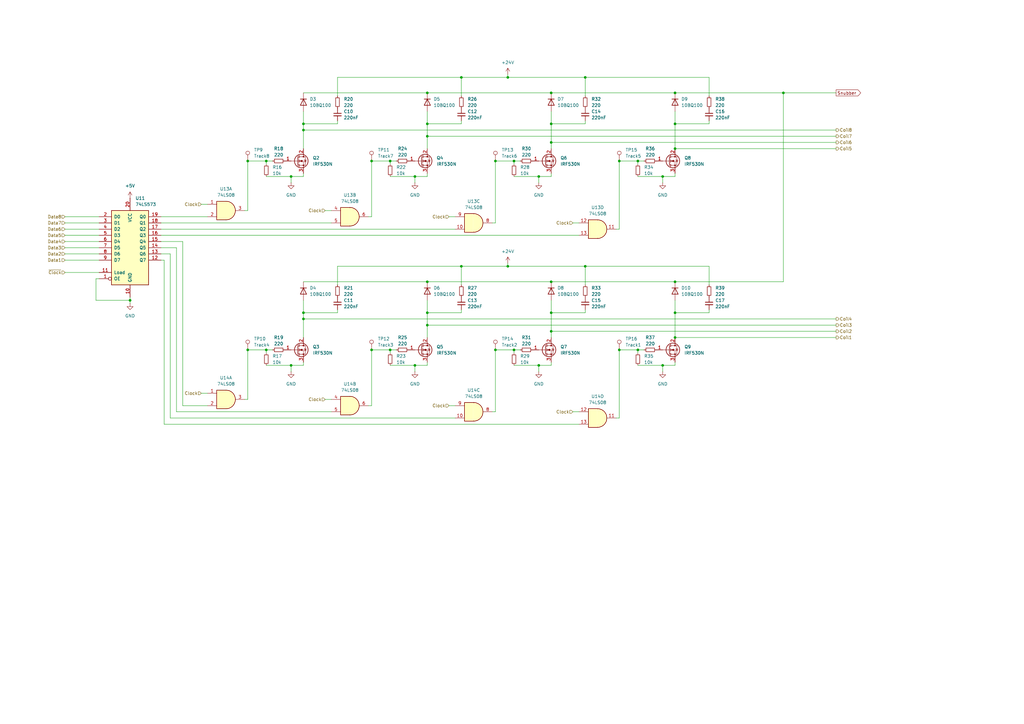
<source format=kicad_sch>
(kicad_sch (version 20231120) (generator "eeschema") (generator_version "8.0")
  (paper "A3")
  (title_block (title "Model 34 tape punch control") (date "2025-04-24") (rev "2.0") (company "Helsinki Hacklab Ry") (comment 1 "Vesa-Pekka Palmu") (comment 2 "License: CERN-OHL-P"))
  (lib_symbols
    (symbol "74xx:74LS08" (pin_names (offset 1.016))
      (property "Reference" "U" (at 0 1.27 0))
      (property "Value" "74LS08" (at 0 -1.27 0))
      (symbol "74LS08_1_1"
        (arc (start 0 -3.81) (mid 3.7934 0) (end 0 3.81) (stroke (width 0.254)) (fill (type background)))
        (polyline (pts (xy 0 3.81) (xy -3.81 3.81) (xy -3.81 -3.81) (xy 0 -3.81)) (stroke (width 0.254)) (fill (type background)))
        (pin input line (at -7.62 2.54 0) (length 3.81) (name "~") (number "1"))
        (pin input line (at -7.62 -2.54 0) (length 3.81) (name "~") (number "2"))
        (pin output line (at 7.62 0 180) (length 3.81) (name "~") (number "3"))
      )
      (symbol "74LS08_1_2"
        (arc (start -3.81 -3.81) (mid -2.589 0) (end -3.81 3.81) (stroke (width 0.254)))
        (arc (start -0.6096 -3.81) (mid 2.1842 -2.5851) (end 3.81 0) (stroke (width 0.254)) (fill (type background)))
        (polyline (pts (xy -3.81 -3.81) (xy -0.635 -3.81)) (stroke (width 0.254)) (fill (type background)))
        (polyline (pts (xy -3.81 3.81) (xy -0.635 3.81)) (stroke (width 0.254)) (fill (type background)))
        (polyline (pts (xy -0.635 3.81) (xy -3.81 3.81) (xy -3.81 3.81) (xy -3.556 3.4036) (xy -3.0226 2.2606) (xy -2.6924 1.0414) (xy -2.6162 -0.254) (xy -2.7686 -1.4986) (xy -3.175 -2.7178) (xy -3.81 -3.81) (xy -3.81 -3.81) (xy -0.635 -3.81)) (stroke (width -25.4)) (fill (type background)))
        (arc (start 3.81 0) (mid 2.1915 2.5936) (end -0.6096 3.81) (stroke (width 0.254)) (fill (type background)))
        (pin input inverted (at -7.62 2.54 0) (length 4.318) (name "~") (number "1"))
        (pin input inverted (at -7.62 -2.54 0) (length 4.318) (name "~") (number "2"))
        (pin output inverted (at 7.62 0 180) (length 3.81) (name "~") (number "3"))
      )
      (symbol "74LS08_2_1"
        (arc (start 0 -3.81) (mid 3.7934 0) (end 0 3.81) (stroke (width 0.254)) (fill (type background)))
        (polyline (pts (xy 0 3.81) (xy -3.81 3.81) (xy -3.81 -3.81) (xy 0 -3.81)) (stroke (width 0.254)) (fill (type background)))
        (pin input line (at -7.62 2.54 0) (length 3.81) (name "~") (number "4"))
        (pin input line (at -7.62 -2.54 0) (length 3.81) (name "~") (number "5"))
        (pin output line (at 7.62 0 180) (length 3.81) (name "~") (number "6"))
      )
      (symbol "74LS08_2_2"
        (arc (start -3.81 -3.81) (mid -2.589 0) (end -3.81 3.81) (stroke (width 0.254)))
        (arc (start -0.6096 -3.81) (mid 2.1842 -2.5851) (end 3.81 0) (stroke (width 0.254)) (fill (type background)))
        (polyline (pts (xy -3.81 -3.81) (xy -0.635 -3.81)) (stroke (width 0.254)) (fill (type background)))
        (polyline (pts (xy -3.81 3.81) (xy -0.635 3.81)) (stroke (width 0.254)) (fill (type background)))
        (polyline (pts (xy -0.635 3.81) (xy -3.81 3.81) (xy -3.81 3.81) (xy -3.556 3.4036) (xy -3.0226 2.2606) (xy -2.6924 1.0414) (xy -2.6162 -0.254) (xy -2.7686 -1.4986) (xy -3.175 -2.7178) (xy -3.81 -3.81) (xy -3.81 -3.81) (xy -0.635 -3.81)) (stroke (width -25.4)) (fill (type background)))
        (arc (start 3.81 0) (mid 2.1915 2.5936) (end -0.6096 3.81) (stroke (width 0.254)) (fill (type background)))
        (pin input inverted (at -7.62 2.54 0) (length 4.318) (name "~") (number "4"))
        (pin input inverted (at -7.62 -2.54 0) (length 4.318) (name "~") (number "5"))
        (pin output inverted (at 7.62 0 180) (length 3.81) (name "~") (number "6"))
      )
      (symbol "74LS08_3_1"
        (arc (start 0 -3.81) (mid 3.7934 0) (end 0 3.81) (stroke (width 0.254)) (fill (type background)))
        (polyline (pts (xy 0 3.81) (xy -3.81 3.81) (xy -3.81 -3.81) (xy 0 -3.81)) (stroke (width 0.254)) (fill (type background)))
        (pin input line (at -7.62 -2.54 0) (length 3.81) (name "~") (number "10"))
        (pin output line (at 7.62 0 180) (length 3.81) (name "~") (number "8"))
        (pin input line (at -7.62 2.54 0) (length 3.81) (name "~") (number "9"))
      )
      (symbol "74LS08_3_2"
        (arc (start -3.81 -3.81) (mid -2.589 0) (end -3.81 3.81) (stroke (width 0.254)))
        (arc (start -0.6096 -3.81) (mid 2.1842 -2.5851) (end 3.81 0) (stroke (width 0.254)) (fill (type background)))
        (polyline (pts (xy -3.81 -3.81) (xy -0.635 -3.81)) (stroke (width 0.254)) (fill (type background)))
        (polyline (pts (xy -3.81 3.81) (xy -0.635 3.81)) (stroke (width 0.254)) (fill (type background)))
        (polyline (pts (xy -0.635 3.81) (xy -3.81 3.81) (xy -3.81 3.81) (xy -3.556 3.4036) (xy -3.0226 2.2606) (xy -2.6924 1.0414) (xy -2.6162 -0.254) (xy -2.7686 -1.4986) (xy -3.175 -2.7178) (xy -3.81 -3.81) (xy -3.81 -3.81) (xy -0.635 -3.81)) (stroke (width -25.4)) (fill (type background)))
        (arc (start 3.81 0) (mid 2.1915 2.5936) (end -0.6096 3.81) (stroke (width 0.254)) (fill (type background)))
        (pin input inverted (at -7.62 -2.54 0) (length 4.318) (name "~") (number "10"))
        (pin output inverted (at 7.62 0 180) (length 3.81) (name "~") (number "8"))
        (pin input inverted (at -7.62 2.54 0) (length 4.318) (name "~") (number "9"))
      )
      (symbol "74LS08_4_1"
        (arc (start 0 -3.81) (mid 3.7934 0) (end 0 3.81) (stroke (width 0.254)) (fill (type background)))
        (polyline (pts (xy 0 3.81) (xy -3.81 3.81) (xy -3.81 -3.81) (xy 0 -3.81)) (stroke (width 0.254)) (fill (type background)))
        (pin output line (at 7.62 0 180) (length 3.81) (name "~") (number "11"))
        (pin input line (at -7.62 2.54 0) (length 3.81) (name "~") (number "12"))
        (pin input line (at -7.62 -2.54 0) (length 3.81) (name "~") (number "13"))
      )
      (symbol "74LS08_4_2"
        (arc (start -3.81 -3.81) (mid -2.589 0) (end -3.81 3.81) (stroke (width 0.254)))
        (arc (start -0.6096 -3.81) (mid 2.1842 -2.5851) (end 3.81 0) (stroke (width 0.254)) (fill (type background)))
        (polyline (pts (xy -3.81 -3.81) (xy -0.635 -3.81)) (stroke (width 0.254)) (fill (type background)))
        (polyline (pts (xy -3.81 3.81) (xy -0.635 3.81)) (stroke (width 0.254)) (fill (type background)))
        (polyline (pts (xy -0.635 3.81) (xy -3.81 3.81) (xy -3.81 3.81) (xy -3.556 3.4036) (xy -3.0226 2.2606) (xy -2.6924 1.0414) (xy -2.6162 -0.254) (xy -2.7686 -1.4986) (xy -3.175 -2.7178) (xy -3.81 -3.81) (xy -3.81 -3.81) (xy -0.635 -3.81)) (stroke (width -25.4)) (fill (type background)))
        (arc (start 3.81 0) (mid 2.1915 2.5936) (end -0.6096 3.81) (stroke (width 0.254)) (fill (type background)))
        (pin output inverted (at 7.62 0 180) (length 3.81) (name "~") (number "11"))
        (pin input inverted (at -7.62 2.54 0) (length 4.318) (name "~") (number "12"))
        (pin input inverted (at -7.62 -2.54 0) (length 4.318) (name "~") (number "13"))
      )
      (symbol "74LS08_5_0"
        (pin power_in line (at 0 12.7 270) (length 5.08) (name "VCC") (number "14"))
        (pin power_in line (at 0 -12.7 90) (length 5.08) (name "GND") (number "7"))
      )
      (symbol "74LS08_5_1"
        (rectangle (start -5.08 7.62) (end 5.08 -7.62) (stroke (width 0.254)) (fill (type background)))
      )
    )
    (symbol "74xx:74LS573" (pin_names (offset 1.016))
      (property "Reference" "U" (at -7.62 16.51 0))
      (property "Value" "74LS573" (at -7.62 -16.51 0))
      (symbol "74LS573_1_0"
        (pin input inverted (at -12.7 -12.7 0) (length 5.08) (name "OE") (number "1"))
        (pin power_in line (at 0 -20.32 90) (length 5.08) (name "GND") (number "10"))
        (pin input line (at -12.7 -10.16 0) (length 5.08) (name "Load") (number "11"))
        (pin tri_state line (at 12.7 -5.08 180) (length 5.08) (name "Q7") (number "12"))
        (pin tri_state line (at 12.7 -2.54 180) (length 5.08) (name "Q6") (number "13"))
        (pin tri_state line (at 12.7 0 180) (length 5.08) (name "Q5") (number "14"))
        (pin tri_state line (at 12.7 2.54 180) (length 5.08) (name "Q4") (number "15"))
        (pin tri_state line (at 12.7 5.08 180) (length 5.08) (name "Q3") (number "16"))
        (pin tri_state line (at 12.7 7.62 180) (length 5.08) (name "Q2") (number "17"))
        (pin tri_state line (at 12.7 10.16 180) (length 5.08) (name "Q1") (number "18"))
        (pin tri_state line (at 12.7 12.7 180) (length 5.08) (name "Q0") (number "19"))
        (pin input line (at -12.7 12.7 0) (length 5.08) (name "D0") (number "2"))
        (pin power_in line (at 0 20.32 270) (length 5.08) (name "VCC") (number "20"))
        (pin input line (at -12.7 10.16 0) (length 5.08) (name "D1") (number "3"))
        (pin input line (at -12.7 7.62 0) (length 5.08) (name "D2") (number "4"))
        (pin input line (at -12.7 5.08 0) (length 5.08) (name "D3") (number "5"))
        (pin input line (at -12.7 2.54 0) (length 5.08) (name "D4") (number "6"))
        (pin input line (at -12.7 0 0) (length 5.08) (name "D5") (number "7"))
        (pin input line (at -12.7 -2.54 0) (length 5.08) (name "D6") (number "8"))
        (pin input line (at -12.7 -5.08 0) (length 5.08) (name "D7") (number "9"))
      )
      (symbol "74LS573_1_1"
        (rectangle (start -7.62 15.24) (end 7.62 -15.24) (stroke (width 0.254)) (fill (type background)))
      )
    )
    (symbol "Connector:TestPoint" (pin_numbers hide) (pin_names (offset 0.762) hide)
      (property "Reference" "TP" (at 0 6.858 0))
      (property "Value" "TestPoint" (at 0 5.08 0))
      (symbol "TestPoint_0_1"
        (circle (center 0 3.302) (radius 0.762))
      )
      (symbol "TestPoint_1_1"
        (pin passive line (at 0 0 90) (length 2.54) (name "1") (number "1"))
      )
    )
    (symbol "Device:C_Small" (pin_numbers hide) (pin_names (offset 0.254) hide)
      (property "Reference" "C" (at 0.254 1.778 0))
      (property "Value" "C_Small" (at 0.254 -2.032 0))
      (symbol "C_Small_0_1"
        (polyline (pts (xy -1.524 -0.508) (xy 1.524 -0.508)) (stroke (width 0.3302)))
        (polyline (pts (xy -1.524 0.508) (xy 1.524 0.508)) (stroke (width 0.3048)))
      )
      (symbol "C_Small_1_1"
        (pin passive line (at 0 2.54 270) (length 2.032) (name "~") (number "1"))
        (pin passive line (at 0 -2.54 90) (length 2.032) (name "~") (number "2"))
      )
    )
    (symbol "Device:D" (pin_numbers hide) (pin_names (offset 1.016) hide)
      (property "Reference" "D" (at 0 2.54 0))
      (property "Value" "D" (at 0 -2.54 0))
      (symbol "D_0_1"
        (polyline (pts (xy -1.27 1.27) (xy -1.27 -1.27)) (stroke (width 0.254)))
        (polyline (pts (xy 1.27 0) (xy -1.27 0)))
        (polyline (pts (xy 1.27 1.27) (xy 1.27 -1.27) (xy -1.27 0) (xy 1.27 1.27)) (stroke (width 0.254)))
      )
      (symbol "D_1_1"
        (pin passive line (at -3.81 0 0) (length 2.54) (name "K") (number "1"))
        (pin passive line (at 3.81 0 180) (length 2.54) (name "A") (number "2"))
      )
    )
    (symbol "Device:R_Small" (pin_numbers hide) (pin_names (offset 0.254) hide)
      (property "Reference" "R" (at 0.762 0.508 0))
      (property "Value" "R_Small" (at 0.762 -1.016 0))
      (symbol "R_Small_0_1"
        (rectangle (start -0.762 1.778) (end 0.762 -1.778) (stroke (width 0.2032)))
      )
      (symbol "R_Small_1_1"
        (pin passive line (at 0 2.54 270) (length 0.762) (name "~") (number "1"))
        (pin passive line (at 0 -2.54 90) (length 0.762) (name "~") (number "2"))
      )
    )
    (symbol "Transistor_FET:IRF540N" (pin_names hide)
      (property "Reference" "Q" (at 5.08 1.905 0))
      (property "Value" "IRF540N" (at 5.08 0 0))
      (symbol "IRF540N_0_1"
        (polyline (pts (xy 0.254 0) (xy -2.54 0)))
        (polyline (pts (xy 0.254 1.905) (xy 0.254 -1.905)) (stroke (width 0.254)))
        (polyline (pts (xy 0.762 -1.27) (xy 0.762 -2.286)) (stroke (width 0.254)))
        (polyline (pts (xy 0.762 0.508) (xy 0.762 -0.508)) (stroke (width 0.254)))
        (polyline (pts (xy 0.762 2.286) (xy 0.762 1.27)) (stroke (width 0.254)))
        (polyline (pts (xy 2.54 2.54) (xy 2.54 1.778)))
        (polyline (pts (xy 2.54 -2.54) (xy 2.54 0) (xy 0.762 0)))
        (polyline (pts (xy 0.762 -1.778) (xy 3.302 -1.778) (xy 3.302 1.778) (xy 0.762 1.778)))
        (polyline (pts (xy 1.016 0) (xy 2.032 0.381) (xy 2.032 -0.381) (xy 1.016 0)) (fill (type outline)))
        (polyline (pts (xy 2.794 0.508) (xy 2.921 0.381) (xy 3.683 0.381) (xy 3.81 0.254)))
        (polyline (pts (xy 3.302 0.381) (xy 2.921 -0.254) (xy 3.683 -0.254) (xy 3.302 0.381)))
        (circle (center 1.651 0) (radius 2.794) (stroke (width 0.254)))
        (circle (center 2.54 -1.778) (radius 0.254) (fill (type outline)))
        (circle (center 2.54 1.778) (radius 0.254) (fill (type outline)))
      )
      (symbol "IRF540N_1_1"
        (pin input line (at -5.08 0 0) (length 2.54) (name "G") (number "1"))
        (pin passive line (at 2.54 5.08 270) (length 2.54) (name "D") (number "2"))
        (pin passive line (at 2.54 -5.08 90) (length 2.54) (name "S") (number "3"))
      )
    )
    (symbol "power:+24V" (power) (pin_numbers hide) (pin_names (offset 0) hide)
      (property "Value" "+24V" (at 0 3.556 0))
      (symbol "+24V_0_1"
        (polyline (pts (xy -0.762 1.27) (xy 0 2.54)))
        (polyline (pts (xy 0 0) (xy 0 2.54)))
        (polyline (pts (xy 0 2.54) (xy 0.762 1.27)))
      )
      (symbol "+24V_1_1"
        (pin power_in line (at 0 0 90) (length 0) (name "~") (number "1"))
      )
    )
    (symbol "power:+5V" (power) (pin_numbers hide) (pin_names (offset 0) hide)
      (property "Value" "+5V" (at 0 3.556 0))
      (symbol "+5V_0_1"
        (polyline (pts (xy -0.762 1.27) (xy 0 2.54)))
        (polyline (pts (xy 0 0) (xy 0 2.54)))
        (polyline (pts (xy 0 2.54) (xy 0.762 1.27)))
      )
      (symbol "+5V_1_1"
        (pin power_in line (at 0 0 90) (length 0) (name "~") (number "1"))
      )
    )
    (symbol "power:GND" (power) (pin_numbers hide) (pin_names (offset 0) hide)
      (property "Value" "GND" (at 0 -3.81 0))
      (symbol "GND_0_1"
        (polyline (pts (xy 0 0) (xy 0 -1.27) (xy 1.27 -1.27) (xy 0 -2.54) (xy -1.27 -1.27) (xy 0 -1.27)))
      )
      (symbol "GND_1_1"
        (pin power_in line (at 0 0 270) (length 0) (name "~") (number "1"))
      )
    )
  )
  (junction (at 124.46 53.34))
  (junction (at 170.18 72.39))
  (junction (at 226.06 135.89))
  (junction (at 152.4 143.51))
  (junction (at 175.26 55.88))
  (junction (at 226.06 50.8))
  (junction (at 124.46 128.27))
  (junction (at 119.38 72.39))
  (junction (at 124.46 50.8))
  (junction (at 240.03 109.22))
  (junction (at 210.82 66.04))
  (junction (at 276.86 115.57))
  (junction (at 175.26 50.8))
  (junction (at 261.62 66.04))
  (junction (at 160.02 143.51))
  (junction (at 101.6 143.51))
  (junction (at 226.06 38.1))
  (junction (at 271.78 72.39))
  (junction (at 175.26 133.35))
  (junction (at 226.06 115.57))
  (junction (at 321.31 38.1))
  (junction (at 210.82 143.51))
  (junction (at 226.06 128.27))
  (junction (at 175.26 128.27))
  (junction (at 261.62 143.51))
  (junction (at 152.4 66.04))
  (junction (at 240.03 31.75))
  (junction (at 189.23 109.22))
  (junction (at 271.78 149.86))
  (junction (at 170.18 149.86))
  (junction (at 160.02 66.04))
  (junction (at 276.86 128.27))
  (junction (at 175.26 115.57))
  (junction (at 175.26 38.1))
  (junction (at 208.28 109.22))
  (junction (at 220.98 72.39))
  (junction (at 276.86 60.96))
  (junction (at 254 66.04))
  (junction (at 276.86 138.43))
  (junction (at 109.22 66.04))
  (junction (at 124.46 130.81))
  (junction (at 53.34 123.19))
  (junction (at 254 143.51))
  (junction (at 220.98 149.86))
  (junction (at 109.22 143.51))
  (junction (at 203.2 66.04))
  (junction (at 101.6 66.04))
  (junction (at 189.23 31.75))
  (junction (at 276.86 50.8))
  (junction (at 226.06 58.42))
  (junction (at 276.86 38.1))
  (junction (at 208.28 31.75))
  (junction (at 203.2 143.51))
  (junction (at 119.38 149.86))
  (wire (pts (xy 66.04 91.44) (xy 135.89 91.44)))
  (wire (pts (xy 101.6 143.51) (xy 101.6 163.83)))
  (wire (pts (xy 220.98 149.86) (xy 210.82 149.86)))
  (wire (pts (xy 109.22 66.04) (xy 109.22 67.31)))
  (wire (pts (xy 290.83 31.75) (xy 290.83 39.37)))
  (wire (pts (xy 138.43 127) (xy 138.43 128.27)))
  (wire (pts (xy 276.86 138.43) (xy 342.9 138.43)))
  (wire (pts (xy 254 66.04) (xy 254 93.98)))
  (wire (pts (xy 220.98 74.93) (xy 220.98 72.39)))
  (wire (pts (xy 175.26 55.88) (xy 342.9 55.88)))
  (wire (pts (xy 119.38 72.39) (xy 109.22 72.39)))
  (wire (pts (xy 69.85 171.45) (xy 186.69 171.45)))
  (wire (pts (xy 220.98 149.86) (xy 226.06 149.86)))
  (wire (pts (xy 66.04 96.52) (xy 237.49 96.52)))
  (wire (pts (xy 100.33 163.83) (xy 101.6 163.83)))
  (wire (pts (xy 26.67 104.14) (xy 40.64 104.14)))
  (wire (pts (xy 276.86 148.59) (xy 276.86 149.86)))
  (wire (pts (xy 271.78 149.86) (xy 261.62 149.86)))
  (wire (pts (xy 124.46 123.19) (xy 124.46 128.27)))
  (wire (pts (xy 26.67 106.68) (xy 40.64 106.68)))
  (wire (pts (xy 321.31 38.1) (xy 321.31 115.57)))
  (wire (pts (xy 138.43 109.22) (xy 189.23 109.22)))
  (wire (pts (xy 254 143.51) (xy 254 171.45)))
  (wire (pts (xy 220.98 152.4) (xy 220.98 149.86)))
  (wire (pts (xy 234.95 91.44) (xy 237.49 91.44)))
  (wire (pts (xy 226.06 58.42) (xy 342.9 58.42)))
  (wire (pts (xy 201.93 91.44) (xy 203.2 91.44)))
  (wire (pts (xy 74.93 99.06) (xy 74.93 166.37)))
  (wire (pts (xy 53.34 123.19) (xy 53.34 124.46)))
  (wire (pts (xy 189.23 31.75) (xy 189.23 39.37)))
  (wire (pts (xy 26.67 96.52) (xy 40.64 96.52)))
  (wire (pts (xy 39.37 114.3) (xy 40.64 114.3)))
  (wire (pts (xy 184.15 166.37) (xy 186.69 166.37)))
  (wire (pts (xy 271.78 72.39) (xy 276.86 72.39)))
  (wire (pts (xy 271.78 74.93) (xy 271.78 72.39)))
  (wire (pts (xy 82.55 83.82) (xy 85.09 83.82)))
  (wire (pts (xy 254 143.51) (xy 261.62 143.51)))
  (wire (pts (xy 220.98 72.39) (xy 226.06 72.39)))
  (wire (pts (xy 124.46 45.72) (xy 124.46 50.8)))
  (wire (pts (xy 208.28 107.95) (xy 208.28 109.22)))
  (wire (pts (xy 226.06 38.1) (xy 276.86 38.1)))
  (wire (pts (xy 67.31 106.68) (xy 67.31 173.99)))
  (wire (pts (xy 53.34 123.19) (xy 39.37 123.19)))
  (wire (pts (xy 66.04 101.6) (xy 72.39 101.6)))
  (wire (pts (xy 240.03 31.75) (xy 240.03 39.37)))
  (wire (pts (xy 109.22 143.51) (xy 111.76 143.51)))
  (wire (pts (xy 189.23 109.22) (xy 208.28 109.22)))
  (wire (pts (xy 208.28 109.22) (xy 240.03 109.22)))
  (wire (pts (xy 226.06 123.19) (xy 226.06 128.27)))
  (wire (pts (xy 240.03 49.53) (xy 240.03 50.8)))
  (wire (pts (xy 124.46 148.59) (xy 124.46 149.86)))
  (wire (pts (xy 138.43 31.75) (xy 138.43 39.37)))
  (wire (pts (xy 162.56 143.51) (xy 160.02 143.51)))
  (wire (pts (xy 124.46 53.34) (xy 342.9 53.34)))
  (wire (pts (xy 124.46 38.1) (xy 175.26 38.1)))
  (wire (pts (xy 124.46 115.57) (xy 175.26 115.57)))
  (wire (pts (xy 175.26 128.27) (xy 189.23 128.27)))
  (wire (pts (xy 210.82 143.51) (xy 213.36 143.51)))
  (wire (pts (xy 170.18 74.93) (xy 170.18 72.39)))
  (wire (pts (xy 226.06 115.57) (xy 276.86 115.57)))
  (wire (pts (xy 226.06 58.42) (xy 226.06 60.96)))
  (wire (pts (xy 175.26 133.35) (xy 175.26 138.43)))
  (wire (pts (xy 26.67 101.6) (xy 40.64 101.6)))
  (wire (pts (xy 175.26 50.8) (xy 189.23 50.8)))
  (wire (pts (xy 160.02 66.04) (xy 160.02 67.31)))
  (wire (pts (xy 26.67 93.98) (xy 40.64 93.98)))
  (wire (pts (xy 170.18 72.39) (xy 175.26 72.39)))
  (wire (pts (xy 276.86 50.8) (xy 276.86 60.96)))
  (wire (pts (xy 175.26 71.12) (xy 175.26 72.39)))
  (wire (pts (xy 226.06 71.12) (xy 226.06 72.39)))
  (wire (pts (xy 321.31 38.1) (xy 342.9 38.1)))
  (wire (pts (xy 203.2 143.51) (xy 210.82 143.51)))
  (wire (pts (xy 189.23 49.53) (xy 189.23 50.8)))
  (wire (pts (xy 276.86 60.96) (xy 342.9 60.96)))
  (wire (pts (xy 72.39 101.6) (xy 72.39 168.91)))
  (wire (pts (xy 66.04 106.68) (xy 67.31 106.68)))
  (wire (pts (xy 226.06 128.27) (xy 226.06 135.89)))
  (wire (pts (xy 175.26 45.72) (xy 175.26 50.8)))
  (wire (pts (xy 124.46 53.34) (xy 124.46 60.96)))
  (wire (pts (xy 170.18 149.86) (xy 160.02 149.86)))
  (wire (pts (xy 254 66.04) (xy 261.62 66.04)))
  (wire (pts (xy 119.38 72.39) (xy 124.46 72.39)))
  (wire (pts (xy 69.85 104.14) (xy 69.85 171.45)))
  (wire (pts (xy 175.26 123.19) (xy 175.26 128.27)))
  (wire (pts (xy 160.02 143.51) (xy 152.4 143.51)))
  (wire (pts (xy 101.6 66.04) (xy 101.6 86.36)))
  (wire (pts (xy 290.83 49.53) (xy 290.83 50.8)))
  (wire (pts (xy 66.04 99.06) (xy 74.93 99.06)))
  (wire (pts (xy 26.67 111.76) (xy 40.64 111.76)))
  (wire (pts (xy 261.62 143.51) (xy 261.62 144.78)))
  (wire (pts (xy 124.46 130.81) (xy 342.9 130.81)))
  (wire (pts (xy 261.62 66.04) (xy 264.16 66.04)))
  (wire (pts (xy 100.33 86.36) (xy 101.6 86.36)))
  (wire (pts (xy 170.18 72.39) (xy 160.02 72.39)))
  (wire (pts (xy 72.39 168.91) (xy 135.89 168.91)))
  (wire (pts (xy 124.46 130.81) (xy 124.46 138.43)))
  (wire (pts (xy 133.35 163.83) (xy 135.89 163.83)))
  (wire (pts (xy 152.4 143.51) (xy 152.4 166.37)))
  (wire (pts (xy 152.4 66.04) (xy 152.4 88.9)))
  (wire (pts (xy 189.23 109.22) (xy 189.23 116.84)))
  (wire (pts (xy 240.03 109.22) (xy 240.03 116.84)))
  (wire (pts (xy 261.62 66.04) (xy 261.62 67.31)))
  (wire (pts (xy 226.06 128.27) (xy 240.03 128.27)))
  (wire (pts (xy 82.55 161.29) (xy 85.09 161.29)))
  (wire (pts (xy 175.26 38.1) (xy 226.06 38.1)))
  (wire (pts (xy 175.26 128.27) (xy 175.26 133.35)))
  (wire (pts (xy 66.04 104.14) (xy 69.85 104.14)))
  (wire (pts (xy 66.04 93.98) (xy 186.69 93.98)))
  (wire (pts (xy 203.2 66.04) (xy 210.82 66.04)))
  (wire (pts (xy 210.82 66.04) (xy 213.36 66.04)))
  (wire (pts (xy 201.93 168.91) (xy 203.2 168.91)))
  (wire (pts (xy 175.26 50.8) (xy 175.26 55.88)))
  (wire (pts (xy 109.22 66.04) (xy 111.76 66.04)))
  (wire (pts (xy 240.03 31.75) (xy 290.83 31.75)))
  (wire (pts (xy 124.46 128.27) (xy 138.43 128.27)))
  (wire (pts (xy 184.15 88.9) (xy 186.69 88.9)))
  (wire (pts (xy 276.86 128.27) (xy 290.83 128.27)))
  (wire (pts (xy 175.26 148.59) (xy 175.26 149.86)))
  (wire (pts (xy 152.4 166.37) (xy 151.13 166.37)))
  (wire (pts (xy 101.6 66.04) (xy 109.22 66.04)))
  (wire (pts (xy 124.46 128.27) (xy 124.46 130.81)))
  (wire (pts (xy 189.23 127) (xy 189.23 128.27)))
  (wire (pts (xy 276.86 50.8) (xy 290.83 50.8)))
  (wire (pts (xy 226.06 135.89) (xy 342.9 135.89)))
  (wire (pts (xy 252.73 171.45) (xy 254 171.45)))
  (wire (pts (xy 175.26 55.88) (xy 175.26 60.96)))
  (wire (pts (xy 226.06 148.59) (xy 226.06 149.86)))
  (wire (pts (xy 119.38 149.86) (xy 109.22 149.86)))
  (wire (pts (xy 226.06 50.8) (xy 240.03 50.8)))
  (wire (pts (xy 53.34 121.92) (xy 53.34 123.19)))
  (wire (pts (xy 271.78 152.4) (xy 271.78 149.86)))
  (wire (pts (xy 175.26 133.35) (xy 342.9 133.35)))
  (wire (pts (xy 26.67 99.06) (xy 40.64 99.06)))
  (wire (pts (xy 66.04 88.9) (xy 85.09 88.9)))
  (wire (pts (xy 321.31 115.57) (xy 276.86 115.57)))
  (wire (pts (xy 276.86 123.19) (xy 276.86 128.27)))
  (wire (pts (xy 160.02 143.51) (xy 160.02 144.78)))
  (wire (pts (xy 189.23 31.75) (xy 208.28 31.75)))
  (wire (pts (xy 124.46 50.8) (xy 124.46 53.34)))
  (wire (pts (xy 226.06 135.89) (xy 226.06 138.43)))
  (wire (pts (xy 170.18 149.86) (xy 175.26 149.86)))
  (wire (pts (xy 101.6 143.51) (xy 109.22 143.51)))
  (wire (pts (xy 220.98 72.39) (xy 210.82 72.39)))
  (wire (pts (xy 26.67 91.44) (xy 40.64 91.44)))
  (wire (pts (xy 175.26 115.57) (xy 226.06 115.57)))
  (wire (pts (xy 226.06 45.72) (xy 226.06 50.8)))
  (wire (pts (xy 203.2 143.51) (xy 203.2 168.91)))
  (wire (pts (xy 203.2 66.04) (xy 203.2 91.44)))
  (wire (pts (xy 74.93 166.37) (xy 85.09 166.37)))
  (wire (pts (xy 276.86 71.12) (xy 276.86 72.39)))
  (wire (pts (xy 208.28 31.75) (xy 240.03 31.75)))
  (wire (pts (xy 276.86 128.27) (xy 276.86 138.43)))
  (wire (pts (xy 109.22 143.51) (xy 109.22 144.78)))
  (wire (pts (xy 67.31 173.99) (xy 237.49 173.99)))
  (wire (pts (xy 162.56 66.04) (xy 160.02 66.04)))
  (wire (pts (xy 124.46 50.8) (xy 138.43 50.8)))
  (wire (pts (xy 240.03 127) (xy 240.03 128.27)))
  (wire (pts (xy 276.86 45.72) (xy 276.86 50.8)))
  (wire (pts (xy 240.03 109.22) (xy 290.83 109.22)))
  (wire (pts (xy 152.4 88.9) (xy 151.13 88.9)))
  (wire (pts (xy 271.78 149.86) (xy 276.86 149.86)))
  (wire (pts (xy 271.78 72.39) (xy 261.62 72.39)))
  (wire (pts (xy 138.43 109.22) (xy 138.43 116.84)))
  (wire (pts (xy 290.83 109.22) (xy 290.83 116.84)))
  (wire (pts (xy 252.73 93.98) (xy 254 93.98)))
  (wire (pts (xy 133.35 86.36) (xy 135.89 86.36)))
  (wire (pts (xy 26.67 88.9) (xy 40.64 88.9)))
  (wire (pts (xy 119.38 149.86) (xy 124.46 149.86)))
  (wire (pts (xy 170.18 152.4) (xy 170.18 149.86)))
  (wire (pts (xy 226.06 50.8) (xy 226.06 58.42)))
  (wire (pts (xy 124.46 71.12) (xy 124.46 72.39)))
  (wire (pts (xy 138.43 31.75) (xy 189.23 31.75)))
  (wire (pts (xy 261.62 143.51) (xy 264.16 143.51)))
  (wire (pts (xy 210.82 66.04) (xy 210.82 67.31)))
  (wire (pts (xy 210.82 143.51) (xy 210.82 144.78)))
  (wire (pts (xy 138.43 49.53) (xy 138.43 50.8)))
  (wire (pts (xy 276.86 38.1) (xy 321.31 38.1)))
  (wire (pts (xy 119.38 152.4) (xy 119.38 149.86)))
  (wire (pts (xy 208.28 30.48) (xy 208.28 31.75)))
  (wire (pts (xy 39.37 114.3) (xy 39.37 123.19)))
  (wire (pts (xy 119.38 74.93) (xy 119.38 72.39)))
  (wire (pts (xy 290.83 127) (xy 290.83 128.27)))
  (wire (pts (xy 234.95 168.91) (xy 237.49 168.91)))
  (wire (pts (xy 160.02 66.04) (xy 152.4 66.04)))
  (global_label "Snubber" (shape output) (at 342.9 38.1 0) (property "Intersheetrefs" "${INTERSHEET_REFS}" (effects (hide yes))))
  (hierarchical_label "Coil6" (shape output) (at 342.9 58.42 0))
  (hierarchical_label "Data3" (shape input) (at 26.67 101.6 180))
  (hierarchical_label "Clock" (shape input) (at 234.95 168.91 180))
  (hierarchical_label "Clock" (shape input) (at 82.55 83.82 180))
  (hierarchical_label "Data8" (shape input) (at 26.67 88.9 180))
  (hierarchical_label "Clock" (shape input) (at 184.15 88.9 180))
  (hierarchical_label "Clock" (shape input) (at 133.35 86.36 180))
  (hierarchical_label "Clock" (shape input) (at 82.55 161.29 180))
  (hierarchical_label "Coil1" (shape output) (at 342.9 138.43 0))
  (hierarchical_label "Data4" (shape input) (at 26.67 99.06 180))
  (hierarchical_label "Coil7" (shape output) (at 342.9 55.88 0))
  (hierarchical_label "Clock" (shape input) (at 184.15 166.37 180))
  (hierarchical_label "Data6" (shape input) (at 26.67 93.98 180))
  (hierarchical_label "Coil4" (shape output) (at 342.9 130.81 0))
  (hierarchical_label "Data5" (shape input) (at 26.67 96.52 180))
  (hierarchical_label "Data7" (shape input) (at 26.67 91.44 180))
  (hierarchical_label "Coil5" (shape output) (at 342.9 60.96 0))
  (hierarchical_label "Coil2" (shape output) (at 342.9 135.89 0))
  (hierarchical_label "Coil8" (shape output) (at 342.9 53.34 0))
  (hierarchical_label "Data2" (shape input) (at 26.67 104.14 180))
  (hierarchical_label "Data1" (shape input) (at 26.67 106.68 180))
  (hierarchical_label "Coil3" (shape output) (at 342.9 133.35 0))
  (hierarchical_label "~{Clock}" (shape input) (at 26.67 111.76 180))
  (hierarchical_label "Clock" (shape input) (at 133.35 163.83 180))
  (hierarchical_label "Clock" (shape input) (at 234.95 91.44 180))
  (symbol (lib_id "Device:R_Small") (at 138.43 41.91 0) (unit 1)
    (property "Reference" "R20" (at 140.97 40.6399 0) (effects (justify left)))
    (property "Value" "220" (at 140.97 43.1799 0) (effects (justify left)))
    (property "Footprint" "Resistor_SMD:R_0805_2012Metric_Pad1.20x1.40mm_HandSolder" (effects (hide yes)))
    (property "Description" "Resistor, small symbol" (effects (hide yes)))
  )
  (symbol (lib_id "Device:D") (at 276.86 41.91 270) (unit 1)
    (property "Reference" "D9" (at 279.4 40.6399 90) (effects (justify left)))
    (property "Value" "10BQ100" (at 279.4 43.1799 90) (effects (justify left)))
    (property "Footprint" "Diode_SMD:D_SMA-SMB_Universal_Handsoldering" (effects (hide yes)))
    (property "Description" "Diode" (effects (hide yes)))
    (property "Sim.Device" "D" (effects (hide yes)))
    (property "Sim.Pins" "1=K 2=A" (effects (hide yes)))
  )
  (symbol (lib_id "Device:R_Small") (at 114.3 66.04 90) (unit 1)
    (property "Reference" "R18" (at 114.3 60.96 90))
    (property "Value" "220" (at 114.3 63.5 90))
    (property "Footprint" "Resistor_SMD:R_0805_2012Metric_Pad1.20x1.40mm_HandSolder" (effects (hide yes)))
    (property "Description" "Resistor, small symbol" (effects (hide yes)))
  )
  (symbol (lib_id "power:GND") (at 271.78 152.4 0) (unit 1)
    (property "Reference" "#PWR046" (effects (hide yes)))
    (property "Value" "GND" (at 271.78 157.48 0))
    (property "Description" "Power symbol creates a global label with name \"GND\" , ground" (effects (hide yes)))
  )
  (symbol (lib_id "74xx:74LS08") (at 194.31 168.91 0) (unit 3)
    (property "Reference" "U14" (at 194.3017 160.02 0))
    (property "Value" "74LS08" (at 194.3017 162.56 0))
    (property "Footprint" "Package_SO:SOIC-14_3.9x8.7mm_P1.27mm" (effects (hide yes)))
    (property "Datasheet" "http://www.ti.com/lit/gpn/sn74LS08" (effects (hide yes)))
    (property "Description" "Quad And2" (effects (hide yes)))
  )
  (symbol (lib_id "Device:D") (at 226.06 41.91 270) (unit 1)
    (property "Reference" "D7" (at 228.6 40.6399 90) (effects (justify left)))
    (property "Value" "10BQ100" (at 228.6 43.1799 90) (effects (justify left)))
    (property "Footprint" "Diode_SMD:D_SMA-SMB_Universal_Handsoldering" (effects (hide yes)))
    (property "Description" "Diode" (effects (hide yes)))
    (property "Sim.Device" "D" (effects (hide yes)))
    (property "Sim.Pins" "1=K 2=A" (effects (hide yes)))
  )
  (symbol (lib_id "Device:D") (at 175.26 119.38 270) (unit 1)
    (property "Reference" "D6" (at 177.8 118.1099 90) (effects (justify left)))
    (property "Value" "10BQ100" (at 177.8 120.6499 90) (effects (justify left)))
    (property "Footprint" "Diode_SMD:D_SMA-SMB_Universal_Handsoldering" (effects (hide yes)))
    (property "Description" "Diode" (effects (hide yes)))
    (property "Sim.Device" "D" (effects (hide yes)))
    (property "Sim.Pins" "1=K 2=A" (effects (hide yes)))
  )
  (symbol (lib_id "Connector:TestPoint") (at 203.2 66.04 0) (unit 1)
    (property "Reference" "TP13" (at 205.74 61.4679 0) (effects (justify left)))
    (property "Value" "Track6" (at 205.74 64.0079 0) (effects (justify left)))
    (property "Footprint" "TestPoint:TestPoint_Loop_D2.54mm_Drill1.5mm_Beaded" (effects (hide yes)))
    (property "Description" "test point" (effects (hide yes)))
  )
  (symbol (lib_id "Device:R_Small") (at 290.83 41.91 0) (unit 1)
    (property "Reference" "R38" (at 293.37 40.6399 0) (effects (justify left)))
    (property "Value" "220" (at 293.37 43.1799 0) (effects (justify left)))
    (property "Footprint" "Resistor_SMD:R_0805_2012Metric_Pad1.20x1.40mm_HandSolder" (effects (hide yes)))
    (property "Description" "Resistor, small symbol" (effects (hide yes)))
  )
  (symbol (lib_id "Device:R_Small") (at 165.1 143.51 90) (unit 1)
    (property "Reference" "R25" (at 165.1 138.43 90))
    (property "Value" "220" (at 165.1 140.97 90))
    (property "Footprint" "Resistor_SMD:R_0805_2012Metric_Pad1.20x1.40mm_HandSolder" (effects (hide yes)))
    (property "Description" "Resistor, small symbol" (effects (hide yes)))
  )
  (symbol (lib_id "Device:R_Small") (at 215.9 66.04 90) (unit 1)
    (property "Reference" "R30" (at 215.9 60.96 90))
    (property "Value" "220" (at 215.9 63.5 90))
    (property "Footprint" "Resistor_SMD:R_0805_2012Metric_Pad1.20x1.40mm_HandSolder" (effects (hide yes)))
    (property "Description" "Resistor, small symbol" (effects (hide yes)))
  )
  (symbol (lib_id "power:GND") (at 53.34 124.46 0) (unit 1)
    (property "Reference" "#PWR067" (effects (hide yes)))
    (property "Value" "GND" (at 53.34 129.54 0))
    (property "Description" "Power symbol creates a global label with name \"GND\" , ground" (effects (hide yes)))
  )
  (symbol (lib_id "Connector:TestPoint") (at 254 66.04 0) (unit 1)
    (property "Reference" "TP15" (at 256.54 61.4679 0) (effects (justify left)))
    (property "Value" "Track5" (at 256.54 64.0079 0) (effects (justify left)))
    (property "Footprint" "TestPoint:TestPoint_Loop_D2.54mm_Drill1.5mm_Beaded" (effects (hide yes)))
    (property "Description" "test point" (effects (hide yes)))
  )
  (symbol (lib_id "Device:D") (at 124.46 119.38 270) (unit 1)
    (property "Reference" "D4" (at 127 118.1099 90) (effects (justify left)))
    (property "Value" "10BQ100" (at 127 120.6499 90) (effects (justify left)))
    (property "Footprint" "Diode_SMD:D_SMA-SMB_Universal_Handsoldering" (effects (hide yes)))
    (property "Description" "Diode" (effects (hide yes)))
    (property "Sim.Device" "D" (effects (hide yes)))
    (property "Sim.Pins" "1=K 2=A" (effects (hide yes)))
  )
  (symbol (lib_id "Device:R_Small") (at 240.03 41.91 0) (unit 1)
    (property "Reference" "R32" (at 242.57 40.6399 0) (effects (justify left)))
    (property "Value" "220" (at 242.57 43.1799 0) (effects (justify left)))
    (property "Footprint" "Resistor_SMD:R_0805_2012Metric_Pad1.20x1.40mm_HandSolder" (effects (hide yes)))
    (property "Description" "Resistor, small symbol" (effects (hide yes)))
  )
  (symbol (lib_id "Device:R_Small") (at 261.62 147.32 0) (unit 1)
    (property "Reference" "R35" (at 264.16 146.0499 0) (effects (justify left)))
    (property "Value" "10k" (at 264.16 148.5899 0) (effects (justify left)))
    (property "Footprint" "Resistor_SMD:R_0805_2012Metric_Pad1.20x1.40mm_HandSolder" (effects (hide yes)))
    (property "Description" "Resistor, small symbol" (effects (hide yes)))
  )
  (symbol (lib_id "Transistor_FET:IRF540N") (at 172.72 66.04 0) (unit 1)
    (property "Reference" "Q4" (at 179.07 64.7699 0) (effects (justify left)))
    (property "Value" "IRF530N" (at 179.07 67.3099 0) (effects (justify left)))
    (property "Footprint" "Package_TO_SOT_THT:TO-220-3_Vertical" (effects (hide yes)))
    (property "Datasheet" "http://www.irf.com/product-info/datasheets/data/irf530n.pdf" (effects (hide yes)))
    (property "Description" "17A Id, 100V Vds, N-Channel MOSFET, TO-220" (effects (hide yes)))
  )
  (symbol (lib_id "Connector:TestPoint") (at 152.4 66.04 0) (unit 1)
    (property "Reference" "TP11" (at 154.94 61.4679 0) (effects (justify left)))
    (property "Value" "Track7" (at 154.94 64.0079 0) (effects (justify left)))
    (property "Footprint" "TestPoint:TestPoint_Loop_D2.54mm_Drill1.5mm_Beaded" (effects (hide yes)))
    (property "Description" "test point" (effects (hide yes)))
  )
  (symbol (lib_id "Device:R_Small") (at 240.03 119.38 0) (unit 1)
    (property "Reference" "R33" (at 242.57 118.1099 0) (effects (justify left)))
    (property "Value" "220" (at 242.57 120.6499 0) (effects (justify left)))
    (property "Footprint" "Resistor_SMD:R_0805_2012Metric_Pad1.20x1.40mm_HandSolder" (effects (hide yes)))
    (property "Description" "Resistor, small symbol" (effects (hide yes)))
  )
  (symbol (lib_id "power:GND") (at 220.98 74.93 0) (unit 1)
    (property "Reference" "#PWR043" (effects (hide yes)))
    (property "Value" "GND" (at 220.98 80.01 0))
    (property "Description" "Power symbol creates a global label with name \"GND\" , ground" (effects (hide yes)))
  )
  (symbol (lib_id "Device:R_Small") (at 189.23 119.38 0) (unit 1)
    (property "Reference" "R27" (at 191.77 118.1099 0) (effects (justify left)))
    (property "Value" "220" (at 191.77 120.6499 0) (effects (justify left)))
    (property "Footprint" "Resistor_SMD:R_0805_2012Metric_Pad1.20x1.40mm_HandSolder" (effects (hide yes)))
    (property "Description" "Resistor, small symbol" (effects (hide yes)))
  )
  (symbol (lib_id "Connector:TestPoint") (at 101.6 66.04 0) (unit 1)
    (property "Reference" "TP9" (at 104.14 61.4679 0) (effects (justify left)))
    (property "Value" "Track8" (at 104.14 64.0079 0) (effects (justify left)))
    (property "Footprint" "TestPoint:TestPoint_Loop_D2.54mm_Drill1.5mm_Beaded" (effects (hide yes)))
    (property "Description" "test point" (effects (hide yes)))
  )
  (symbol (lib_id "Device:R_Small") (at 114.3 143.51 90) (unit 1)
    (property "Reference" "R19" (at 114.3 138.43 90))
    (property "Value" "220" (at 114.3 140.97 90))
    (property "Footprint" "Resistor_SMD:R_0805_2012Metric_Pad1.20x1.40mm_HandSolder" (effects (hide yes)))
    (property "Description" "Resistor, small symbol" (effects (hide yes)))
  )
  (symbol (lib_id "74xx:74LS08") (at 245.11 93.98 0) (unit 4)
    (property "Reference" "U13" (at 245.1017 85.09 0))
    (property "Value" "74LS08" (at 245.1017 87.63 0))
    (property "Footprint" "Package_SO:SOIC-14_3.9x8.7mm_P1.27mm" (effects (hide yes)))
    (property "Datasheet" "http://www.ti.com/lit/gpn/sn74LS08" (effects (hide yes)))
    (property "Description" "Quad And2" (effects (hide yes)))
  )
  (symbol (lib_id "Device:R_Small") (at 165.1 66.04 90) (unit 1)
    (property "Reference" "R24" (at 165.1 60.96 90))
    (property "Value" "220" (at 165.1 63.5 90))
    (property "Footprint" "Resistor_SMD:R_0805_2012Metric_Pad1.20x1.40mm_HandSolder" (effects (hide yes)))
    (property "Description" "Resistor, small symbol" (effects (hide yes)))
  )
  (symbol (lib_id "power:GND") (at 170.18 152.4 0) (unit 1)
    (property "Reference" "#PWR040" (effects (hide yes)))
    (property "Value" "GND" (at 170.18 157.48 0))
    (property "Description" "Power symbol creates a global label with name \"GND\" , ground" (effects (hide yes)))
  )
  (symbol (lib_id "Device:R_Small") (at 160.02 69.85 0) (unit 1)
    (property "Reference" "R22" (at 162.56 68.5799 0) (effects (justify left)))
    (property "Value" "10k" (at 162.56 71.1199 0) (effects (justify left)))
    (property "Footprint" "Resistor_SMD:R_0805_2012Metric_Pad1.20x1.40mm_HandSolder" (effects (hide yes)))
    (property "Description" "Resistor, small symbol" (effects (hide yes)))
  )
  (symbol (lib_id "Device:R_Small") (at 138.43 119.38 0) (unit 1)
    (property "Reference" "R21" (at 140.97 118.1099 0) (effects (justify left)))
    (property "Value" "220" (at 140.97 120.6499 0) (effects (justify left)))
    (property "Footprint" "Resistor_SMD:R_0805_2012Metric_Pad1.20x1.40mm_HandSolder" (effects (hide yes)))
    (property "Description" "Resistor, small symbol" (effects (hide yes)))
  )
  (symbol (lib_id "Device:R_Small") (at 210.82 147.32 0) (unit 1)
    (property "Reference" "R29" (at 213.36 146.0499 0) (effects (justify left)))
    (property "Value" "10k" (at 213.36 148.5899 0) (effects (justify left)))
    (property "Footprint" "Resistor_SMD:R_0805_2012Metric_Pad1.20x1.40mm_HandSolder" (effects (hide yes)))
    (property "Description" "Resistor, small symbol" (effects (hide yes)))
  )
  (symbol (lib_id "Device:C_Small") (at 240.03 124.46 0) (unit 1)
    (property "Reference" "C15" (at 242.57 123.1962 0) (effects (justify left)))
    (property "Value" "220nF" (at 242.57 125.7362 0) (effects (justify left)))
    (property "Footprint" "Capacitor_SMD:C_0805_2012Metric_Pad1.18x1.45mm_HandSolder" (effects (hide yes)))
    (property "Description" "Unpolarized capacitor, small symbol" (effects (hide yes)))
  )
  (symbol (lib_id "Device:R_Small") (at 290.83 119.38 0) (unit 1)
    (property "Reference" "R39" (at 293.37 118.1099 0) (effects (justify left)))
    (property "Value" "220" (at 293.37 120.6499 0) (effects (justify left)))
    (property "Footprint" "Resistor_SMD:R_0805_2012Metric_Pad1.20x1.40mm_HandSolder" (effects (hide yes)))
    (property "Description" "Resistor, small symbol" (effects (hide yes)))
  )
  (symbol (lib_id "Transistor_FET:IRF540N") (at 121.92 143.51 0) (unit 1)
    (property "Reference" "Q3" (at 128.27 142.2399 0) (effects (justify left)))
    (property "Value" "IRF530N" (at 128.27 144.7799 0) (effects (justify left)))
    (property "Footprint" "Package_TO_SOT_THT:TO-220-3_Vertical" (effects (hide yes)))
    (property "Datasheet" "http://www.irf.com/product-info/datasheets/data/irf530n.pdf" (effects (hide yes)))
    (property "Description" "17A Id, 100V Vds, N-Channel MOSFET, TO-220" (effects (hide yes)))
  )
  (symbol (lib_id "Device:R_Small") (at 109.22 147.32 0) (unit 1)
    (property "Reference" "R17" (at 111.76 146.0499 0) (effects (justify left)))
    (property "Value" "10k" (at 111.76 148.5899 0) (effects (justify left)))
    (property "Footprint" "Resistor_SMD:R_0805_2012Metric_Pad1.20x1.40mm_HandSolder" (effects (hide yes)))
    (property "Description" "Resistor, small symbol" (effects (hide yes)))
  )
  (symbol (lib_id "Device:C_Small") (at 189.23 46.99 0) (unit 1)
    (property "Reference" "C12" (at 191.77 45.7262 0) (effects (justify left)))
    (property "Value" "220nF" (at 191.77 48.2662 0) (effects (justify left)))
    (property "Footprint" "Capacitor_SMD:C_0805_2012Metric_Pad1.18x1.45mm_HandSolder" (effects (hide yes)))
    (property "Description" "Unpolarized capacitor, small symbol" (effects (hide yes)))
  )
  (symbol (lib_id "Transistor_FET:IRF540N") (at 274.32 66.04 0) (unit 1)
    (property "Reference" "Q8" (at 280.67 64.7699 0) (effects (justify left)))
    (property "Value" "IRF530N" (at 280.67 67.3099 0) (effects (justify left)))
    (property "Footprint" "Package_TO_SOT_THT:TO-220-3_Vertical" (effects (hide yes)))
    (property "Datasheet" "http://www.irf.com/product-info/datasheets/data/irf530n.pdf" (effects (hide yes)))
    (property "Description" "17A Id, 100V Vds, N-Channel MOSFET, TO-220" (effects (hide yes)))
  )
  (symbol (lib_id "Transistor_FET:IRF540N") (at 223.52 143.51 0) (unit 1)
    (property "Reference" "Q7" (at 229.87 142.2399 0) (effects (justify left)))
    (property "Value" "IRF530N" (at 229.87 144.7799 0) (effects (justify left)))
    (property "Footprint" "Package_TO_SOT_THT:TO-220-3_Vertical" (effects (hide yes)))
    (property "Datasheet" "http://www.irf.com/product-info/datasheets/data/irf530n.pdf" (effects (hide yes)))
    (property "Description" "17A Id, 100V Vds, N-Channel MOSFET, TO-220" (effects (hide yes)))
  )
  (symbol (lib_id "Device:D") (at 226.06 119.38 270) (unit 1)
    (property "Reference" "D8" (at 228.6 118.1099 90) (effects (justify left)))
    (property "Value" "10BQ100" (at 228.6 120.6499 90) (effects (justify left)))
    (property "Footprint" "Diode_SMD:D_SMA-SMB_Universal_Handsoldering" (effects (hide yes)))
    (property "Description" "Diode" (effects (hide yes)))
    (property "Sim.Device" "D" (effects (hide yes)))
    (property "Sim.Pins" "1=K 2=A" (effects (hide yes)))
  )
  (symbol (lib_id "74xx:74LS573") (at 53.34 101.6 0) (unit 1)
    (property "Reference" "U11" (at 55.5341 81.28 0) (effects (justify left)))
    (property "Value" "74LS573" (at 55.5341 83.82 0) (effects (justify left)))
    (property "Footprint" "Package_SO:SOIC-20W_7.5x12.8mm_P1.27mm" (effects (hide yes)))
    (property "Datasheet" "74xx/74hc573.pdf" (effects (hide yes)))
    (property "Description" "8-bit Latch 3-state outputs" (effects (hide yes)))
  )
  (symbol (lib_id "Device:D") (at 276.86 119.38 270) (unit 1)
    (property "Reference" "D10" (at 279.4 118.1099 90) (effects (justify left)))
    (property "Value" "10BQ100" (at 279.4 120.6499 90) (effects (justify left)))
    (property "Footprint" "Diode_SMD:D_SMA-SMB_Universal_Handsoldering" (effects (hide yes)))
    (property "Description" "Diode" (effects (hide yes)))
    (property "Sim.Device" "D" (effects (hide yes)))
    (property "Sim.Pins" "1=K 2=A" (effects (hide yes)))
  )
  (symbol (lib_id "Device:C_Small") (at 240.03 46.99 0) (unit 1)
    (property "Reference" "C14" (at 242.57 45.7262 0) (effects (justify left)))
    (property "Value" "220nF" (at 242.57 48.2662 0) (effects (justify left)))
    (property "Footprint" "Capacitor_SMD:C_0805_2012Metric_Pad1.18x1.45mm_HandSolder" (effects (hide yes)))
    (property "Description" "Unpolarized capacitor, small symbol" (effects (hide yes)))
  )
  (symbol (lib_id "Connector:TestPoint") (at 203.2 143.51 0) (unit 1)
    (property "Reference" "TP14" (at 205.74 138.9379 0) (effects (justify left)))
    (property "Value" "Track2" (at 205.74 141.4779 0) (effects (justify left)))
    (property "Footprint" "TestPoint:TestPoint_Loop_D2.54mm_Drill1.5mm_Beaded" (effects (hide yes)))
    (property "Description" "test point" (effects (hide yes)))
  )
  (symbol (lib_id "Device:D") (at 175.26 41.91 270) (unit 1)
    (property "Reference" "D5" (at 177.8 40.6399 90) (effects (justify left)))
    (property "Value" "10BQ100" (at 177.8 43.1799 90) (effects (justify left)))
    (property "Footprint" "Diode_SMD:D_SMA-SMB_Universal_Handsoldering" (effects (hide yes)))
    (property "Description" "Diode" (effects (hide yes)))
    (property "Sim.Device" "D" (effects (hide yes)))
    (property "Sim.Pins" "1=K 2=A" (effects (hide yes)))
  )
  (symbol (lib_id "74xx:74LS08") (at 143.51 88.9 0) (unit 2)
    (property "Reference" "U13" (at 143.5017 80.01 0))
    (property "Value" "74LS08" (at 143.5017 82.55 0))
    (property "Footprint" "Package_SO:SOIC-14_3.9x8.7mm_P1.27mm" (effects (hide yes)))
    (property "Datasheet" "http://www.ti.com/lit/gpn/sn74LS08" (effects (hide yes)))
    (property "Description" "Quad And2" (effects (hide yes)))
  )
  (symbol (lib_id "Device:R_Small") (at 261.62 69.85 0) (unit 1)
    (property "Reference" "R34" (at 264.16 68.5799 0) (effects (justify left)))
    (property "Value" "10k" (at 264.16 71.1199 0) (effects (justify left)))
    (property "Footprint" "Resistor_SMD:R_0805_2012Metric_Pad1.20x1.40mm_HandSolder" (effects (hide yes)))
    (property "Description" "Resistor, small symbol" (effects (hide yes)))
  )
  (symbol (lib_id "Transistor_FET:IRF540N") (at 223.52 66.04 0) (unit 1)
    (property "Reference" "Q6" (at 229.87 64.7699 0) (effects (justify left)))
    (property "Value" "IRF530N" (at 229.87 67.3099 0) (effects (justify left)))
    (property "Footprint" "Package_TO_SOT_THT:TO-220-3_Vertical" (effects (hide yes)))
    (property "Datasheet" "http://www.irf.com/product-info/datasheets/data/irf530n.pdf" (effects (hide yes)))
    (property "Description" "17A Id, 100V Vds, N-Channel MOSFET, TO-220" (effects (hide yes)))
  )
  (symbol (lib_id "power:GND") (at 220.98 152.4 0) (unit 1)
    (property "Reference" "#PWR044" (effects (hide yes)))
    (property "Value" "GND" (at 220.98 157.48 0))
    (property "Description" "Power symbol creates a global label with name \"GND\" , ground" (effects (hide yes)))
  )
  (symbol (lib_id "power:GND") (at 170.18 74.93 0) (unit 1)
    (property "Reference" "#PWR039" (effects (hide yes)))
    (property "Value" "GND" (at 170.18 80.01 0))
    (property "Description" "Power symbol creates a global label with name \"GND\" , ground" (effects (hide yes)))
  )
  (symbol (lib_id "Device:R_Small") (at 189.23 41.91 0) (unit 1)
    (property "Reference" "R26" (at 191.77 40.6399 0) (effects (justify left)))
    (property "Value" "220" (at 191.77 43.1799 0) (effects (justify left)))
    (property "Footprint" "Resistor_SMD:R_0805_2012Metric_Pad1.20x1.40mm_HandSolder" (effects (hide yes)))
    (property "Description" "Resistor, small symbol" (effects (hide yes)))
  )
  (symbol (lib_id "Device:C_Small") (at 290.83 124.46 0) (unit 1)
    (property "Reference" "C17" (at 293.37 123.1962 0) (effects (justify left)))
    (property "Value" "220nF" (at 293.37 125.7362 0) (effects (justify left)))
    (property "Footprint" "Capacitor_SMD:C_0805_2012Metric_Pad1.18x1.45mm_HandSolder" (effects (hide yes)))
    (property "Description" "Unpolarized capacitor, small symbol" (effects (hide yes)))
  )
  (symbol (lib_id "power:+24V") (at 208.28 30.48 0) (unit 1)
    (property "Reference" "#PWR041" (effects (hide yes)))
    (property "Value" "+24V" (at 208.28 25.654 0))
    (property "Description" "Power symbol creates a global label with name \"+24V\"" (effects (hide yes)))
  )
  (symbol (lib_id "Device:R_Small") (at 109.22 69.85 0) (unit 1)
    (property "Reference" "R16" (at 111.76 68.5799 0) (effects (justify left)))
    (property "Value" "10k" (at 111.76 71.1199 0) (effects (justify left)))
    (property "Footprint" "Resistor_SMD:R_0805_2012Metric_Pad1.20x1.40mm_HandSolder" (effects (hide yes)))
    (property "Description" "Resistor, small symbol" (effects (hide yes)))
  )
  (symbol (lib_id "power:+24V") (at 208.28 107.95 0) (unit 1)
    (property "Reference" "#PWR042" (effects (hide yes)))
    (property "Value" "+24V" (at 208.28 103.124 0))
    (property "Description" "Power symbol creates a global label with name \"+24V\"" (effects (hide yes)))
  )
  (symbol (lib_id "power:GND") (at 119.38 74.93 0) (unit 1)
    (property "Reference" "#PWR037" (effects (hide yes)))
    (property "Value" "GND" (at 119.38 80.01 0))
    (property "Description" "Power symbol creates a global label with name \"GND\" , ground" (effects (hide yes)))
  )
  (symbol (lib_id "Transistor_FET:IRF540N") (at 121.92 66.04 0) (unit 1)
    (property "Reference" "Q2" (at 128.27 64.7699 0) (effects (justify left)))
    (property "Value" "IRF530N" (at 128.27 67.3099 0) (effects (justify left)))
    (property "Footprint" "Package_TO_SOT_THT:TO-220-3_Vertical" (effects (hide yes)))
    (property "Datasheet" "http://www.irf.com/product-info/datasheets/data/irf530n.pdf" (effects (hide yes)))
    (property "Description" "17A Id, 100V Vds, N-Channel MOSFET, TO-220" (effects (hide yes)))
  )
  (symbol (lib_id "power:+5V") (at 53.34 81.28 0) (unit 1)
    (property "Reference" "#PWR035" (effects (hide yes)))
    (property "Value" "+5V" (at 53.34 76.2 0))
    (property "Description" "Power symbol creates a global label with name \"+5V\"" (effects (hide yes)))
  )
  (symbol (lib_id "Device:R_Small") (at 210.82 69.85 0) (unit 1)
    (property "Reference" "R28" (at 213.36 68.5799 0) (effects (justify left)))
    (property "Value" "10k" (at 213.36 71.1199 0) (effects (justify left)))
    (property "Footprint" "Resistor_SMD:R_0805_2012Metric_Pad1.20x1.40mm_HandSolder" (effects (hide yes)))
    (property "Description" "Resistor, small symbol" (effects (hide yes)))
  )
  (symbol (lib_id "Device:R_Small") (at 266.7 66.04 90) (unit 1)
    (property "Reference" "R36" (at 266.7 60.96 90))
    (property "Value" "220" (at 266.7 63.5 90))
    (property "Footprint" "Resistor_SMD:R_0805_2012Metric_Pad1.20x1.40mm_HandSolder" (effects (hide yes)))
    (property "Description" "Resistor, small symbol" (effects (hide yes)))
  )
  (symbol (lib_id "power:GND") (at 119.38 152.4 0) (unit 1)
    (property "Reference" "#PWR038" (effects (hide yes)))
    (property "Value" "GND" (at 119.38 157.48 0))
    (property "Description" "Power symbol creates a global label with name \"GND\" , ground" (effects (hide yes)))
  )
  (symbol (lib_id "74xx:74LS08") (at 92.71 163.83 0) (unit 1)
    (property "Reference" "U14" (at 92.7017 154.94 0))
    (property "Value" "74LS08" (at 92.7017 157.48 0))
    (property "Footprint" "Package_SO:SOIC-14_3.9x8.7mm_P1.27mm" (effects (hide yes)))
    (property "Datasheet" "http://www.ti.com/lit/gpn/sn74LS08" (effects (hide yes)))
    (property "Description" "Quad And2" (effects (hide yes)))
  )
  (symbol (lib_id "Device:C_Small") (at 189.23 124.46 0) (unit 1)
    (property "Reference" "C13" (at 191.77 123.1962 0) (effects (justify left)))
    (property "Value" "220nF" (at 191.77 125.7362 0) (effects (justify left)))
    (property "Footprint" "Capacitor_SMD:C_0805_2012Metric_Pad1.18x1.45mm_HandSolder" (effects (hide yes)))
    (property "Description" "Unpolarized capacitor, small symbol" (effects (hide yes)))
  )
  (symbol (lib_id "Device:C_Small") (at 138.43 124.46 0) (unit 1)
    (property "Reference" "C11" (at 140.97 123.1962 0) (effects (justify left)))
    (property "Value" "220nF" (at 140.97 125.7362 0) (effects (justify left)))
    (property "Footprint" "Capacitor_SMD:C_0805_2012Metric_Pad1.18x1.45mm_HandSolder" (effects (hide yes)))
    (property "Description" "Unpolarized capacitor, small symbol" (effects (hide yes)))
  )
  (symbol (lib_id "74xx:74LS08") (at 92.71 86.36 0) (unit 1)
    (property "Reference" "U13" (at 92.7017 77.47 0))
    (property "Value" "74LS08" (at 92.7017 80.01 0))
    (property "Footprint" "Package_SO:SOIC-14_3.9x8.7mm_P1.27mm" (effects (hide yes)))
    (property "Datasheet" "http://www.ti.com/lit/gpn/sn74LS08" (effects (hide yes)))
    (property "Description" "Quad And2" (effects (hide yes)))
  )
  (symbol (lib_id "Transistor_FET:IRF540N") (at 172.72 143.51 0) (unit 1)
    (property "Reference" "Q5" (at 179.07 142.2399 0) (effects (justify left)))
    (property "Value" "IRF530N" (at 179.07 144.7799 0) (effects (justify left)))
    (property "Footprint" "Package_TO_SOT_THT:TO-220-3_Vertical" (effects (hide yes)))
    (property "Datasheet" "http://www.irf.com/product-info/datasheets/data/irf530n.pdf" (effects (hide yes)))
    (property "Description" "17A Id, 100V Vds, N-Channel MOSFET, TO-220" (effects (hide yes)))
  )
  (symbol (lib_id "74xx:74LS08") (at 194.31 91.44 0) (unit 3)
    (property "Reference" "U13" (at 194.3017 82.55 0))
    (property "Value" "74LS08" (at 194.3017 85.09 0))
    (property "Footprint" "Package_SO:SOIC-14_3.9x8.7mm_P1.27mm" (effects (hide yes)))
    (property "Datasheet" "http://www.ti.com/lit/gpn/sn74LS08" (effects (hide yes)))
    (property "Description" "Quad And2" (effects (hide yes)))
  )
  (symbol (lib_id "Connector:TestPoint") (at 101.6 143.51 0) (unit 1)
    (property "Reference" "TP10" (at 104.14 138.9379 0) (effects (justify left)))
    (property "Value" "Track4" (at 104.14 141.4779 0) (effects (justify left)))
    (property "Footprint" "TestPoint:TestPoint_Loop_D2.54mm_Drill1.5mm_Beaded" (effects (hide yes)))
    (property "Description" "test point" (effects (hide yes)))
  )
  (symbol (lib_id "74xx:74LS08") (at 143.51 166.37 0) (unit 2)
    (property "Reference" "U14" (at 143.5017 157.48 0))
    (property "Value" "74LS08" (at 143.5017 160.02 0))
    (property "Footprint" "Package_SO:SOIC-14_3.9x8.7mm_P1.27mm" (effects (hide yes)))
    (property "Datasheet" "http://www.ti.com/lit/gpn/sn74LS08" (effects (hide yes)))
    (property "Description" "Quad And2" (effects (hide yes)))
  )
  (symbol (lib_id "Device:R_Small") (at 215.9 143.51 90) (unit 1)
    (property "Reference" "R31" (at 215.9 138.43 90))
    (property "Value" "220" (at 215.9 140.97 90))
    (property "Footprint" "Resistor_SMD:R_0805_2012Metric_Pad1.20x1.40mm_HandSolder" (effects (hide yes)))
    (property "Description" "Resistor, small symbol" (effects (hide yes)))
  )
  (symbol (lib_id "power:GND") (at 271.78 74.93 0) (unit 1)
    (property "Reference" "#PWR045" (effects (hide yes)))
    (property "Value" "GND" (at 271.78 80.01 0))
    (property "Description" "Power symbol creates a global label with name \"GND\" , ground" (effects (hide yes)))
  )
  (symbol (lib_id "74xx:74LS08") (at 245.11 171.45 0) (unit 4)
    (property "Reference" "U14" (at 245.1017 162.56 0))
    (property "Value" "74LS08" (at 245.1017 165.1 0))
    (property "Footprint" "Package_SO:SOIC-14_3.9x8.7mm_P1.27mm" (effects (hide yes)))
    (property "Datasheet" "http://www.ti.com/lit/gpn/sn74LS08" (effects (hide yes)))
    (property "Description" "Quad And2" (effects (hide yes)))
  )
  (symbol (lib_id "Device:R_Small") (at 160.02 147.32 0) (unit 1)
    (property "Reference" "R23" (at 162.56 146.0499 0) (effects (justify left)))
    (property "Value" "10k" (at 162.56 148.5899 0) (effects (justify left)))
    (property "Footprint" "Resistor_SMD:R_0805_2012Metric_Pad1.20x1.40mm_HandSolder" (effects (hide yes)))
    (property "Description" "Resistor, small symbol" (effects (hide yes)))
  )
  (symbol (lib_id "Connector:TestPoint") (at 254 143.51 0) (unit 1)
    (property "Reference" "TP16" (at 256.54 138.9379 0) (effects (justify left)))
    (property "Value" "Track1" (at 256.54 141.4779 0) (effects (justify left)))
    (property "Footprint" "TestPoint:TestPoint_Loop_D2.54mm_Drill1.5mm_Beaded" (effects (hide yes)))
    (property "Description" "test point" (effects (hide yes)))
  )
  (symbol (lib_id "Device:C_Small") (at 138.43 46.99 0) (unit 1)
    (property "Reference" "C10" (at 140.97 45.7262 0) (effects (justify left)))
    (property "Value" "220nF" (at 140.97 48.2662 0) (effects (justify left)))
    (property "Footprint" "Capacitor_SMD:C_0805_2012Metric_Pad1.18x1.45mm_HandSolder" (effects (hide yes)))
    (property "Description" "Unpolarized capacitor, small symbol" (effects (hide yes)))
  )
  (symbol (lib_id "Device:R_Small") (at 266.7 143.51 90) (unit 1)
    (property "Reference" "R37" (at 266.7 138.43 90))
    (property "Value" "220" (at 266.7 140.97 90))
    (property "Footprint" "Resistor_SMD:R_0805_2012Metric_Pad1.20x1.40mm_HandSolder" (effects (hide yes)))
    (property "Description" "Resistor, small symbol" (effects (hide yes)))
  )
  (symbol (lib_id "Device:C_Small") (at 290.83 46.99 0) (unit 1)
    (property "Reference" "C16" (at 293.37 45.7262 0) (effects (justify left)))
    (property "Value" "220nF" (at 293.37 48.2662 0) (effects (justify left)))
    (property "Footprint" "Capacitor_SMD:C_0805_2012Metric_Pad1.18x1.45mm_HandSolder" (effects (hide yes)))
    (property "Description" "Unpolarized capacitor, small symbol" (effects (hide yes)))
  )
  (symbol (lib_id "Transistor_FET:IRF540N") (at 274.32 143.51 0) (unit 1)
    (property "Reference" "Q9" (at 280.67 142.2399 0) (effects (justify left)))
    (property "Value" "IRF530N" (at 280.67 144.7799 0) (effects (justify left)))
    (property "Footprint" "Package_TO_SOT_THT:TO-220-3_Vertical" (effects (hide yes)))
    (property "Datasheet" "http://www.irf.com/product-info/datasheets/data/irf530n.pdf" (effects (hide yes)))
    (property "Description" "17A Id, 100V Vds, N-Channel MOSFET, TO-220" (effects (hide yes)))
  )
  (symbol (lib_id "Device:D") (at 124.46 41.91 270) (unit 1)
    (property "Reference" "D3" (at 127 40.6399 90) (effects (justify left)))
    (property "Value" "10BQ100" (at 127 43.1799 90) (effects (justify left)))
    (property "Footprint" "Diode_SMD:D_SMA-SMB_Universal_Handsoldering" (effects (hide yes)))
    (property "Description" "Diode" (effects (hide yes)))
    (property "Sim.Device" "D" (effects (hide yes)))
    (property "Sim.Pins" "1=K 2=A" (effects (hide yes)))
  )
  (symbol (lib_id "Connector:TestPoint") (at 152.4 143.51 0) (unit 1)
    (property "Reference" "TP12" (at 154.94 138.9379 0) (effects (justify left)))
    (property "Value" "Track3" (at 154.94 141.4779 0) (effects (justify left)))
    (property "Footprint" "TestPoint:TestPoint_Loop_D2.54mm_Drill1.5mm_Beaded" (effects (hide yes)))
    (property "Description" "test point" (effects (hide yes)))
  )
)
</source>
